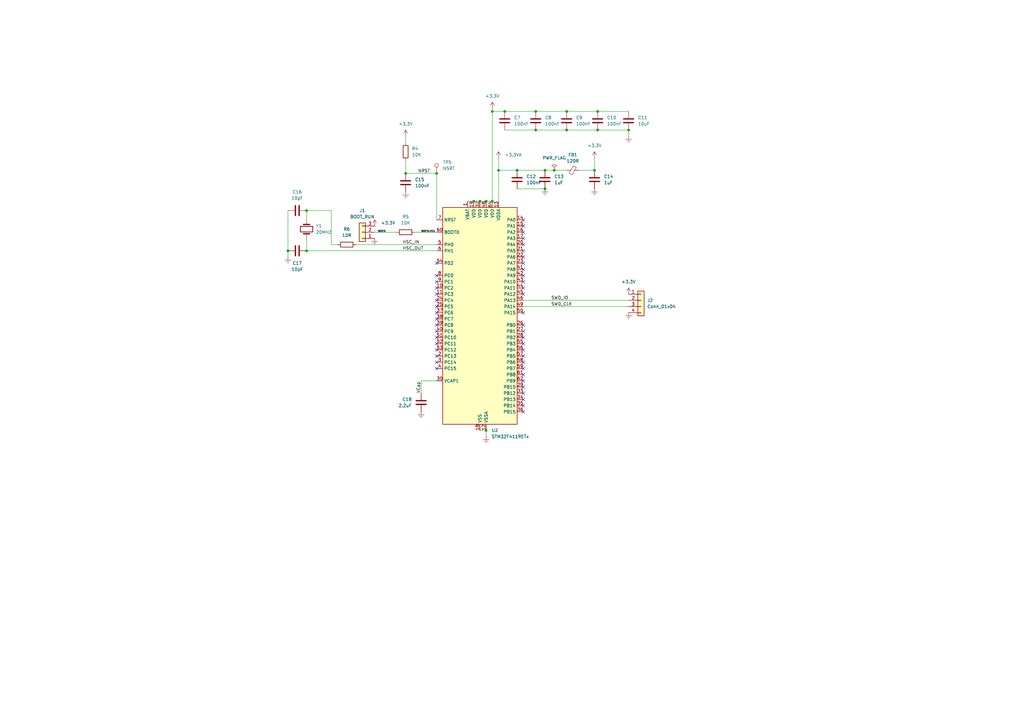
<source format=kicad_sch>
(kicad_sch (version 20231120) (generator "eeschema") (generator_version "8.0")
  (paper "A3")
  (lib_symbols
    (symbol "Connector:TestPoint" (pin_numbers hide) (pin_names (offset 0.762) hide)
      (property "Reference" "TP" (at 0 6.858 0))
      (property "Value" "TestPoint" (at 0 5.08 0))
      (symbol "TestPoint_0_1"
        (circle (center 0 3.302) (radius 0.762))
      )
      (symbol "TestPoint_1_1"
        (pin passive line (at 0 0 90) (length 2.54) (name "1") (number "1"))
      )
    )
    (symbol "Connector_Generic:Conn_01x03" (pin_names (offset 1.016) hide)
      (property "Reference" "J" (at 0 5.08 0))
      (property "Value" "Conn_01x03" (at 0 -5.08 0))
      (symbol "Conn_01x03_1_1"
        (rectangle (start -1.27 -2.413) (end 0 -2.667) (stroke (width 0.1524)))
        (rectangle (start -1.27 0.127) (end 0 -0.127) (stroke (width 0.1524)))
        (rectangle (start -1.27 2.667) (end 0 2.413) (stroke (width 0.1524)))
        (rectangle (start -1.27 3.81) (end 1.27 -3.81) (stroke (width 0.254)) (fill (type background)))
        (pin passive line (at -5.08 2.54 0) (length 3.81) (name "Pin_1") (number "1"))
        (pin passive line (at -5.08 0 0) (length 3.81) (name "Pin_2") (number "2"))
        (pin passive line (at -5.08 -2.54 0) (length 3.81) (name "Pin_3") (number "3"))
      )
    )
    (symbol "Connector_Generic:Conn_01x04" (pin_names (offset 1.016) hide)
      (property "Reference" "J" (at 0 5.08 0))
      (property "Value" "Conn_01x04" (at 0 -7.62 0))
      (symbol "Conn_01x04_1_1"
        (rectangle (start -1.27 -4.953) (end 0 -5.207) (stroke (width 0.1524)))
        (rectangle (start -1.27 -2.413) (end 0 -2.667) (stroke (width 0.1524)))
        (rectangle (start -1.27 0.127) (end 0 -0.127) (stroke (width 0.1524)))
        (rectangle (start -1.27 2.667) (end 0 2.413) (stroke (width 0.1524)))
        (rectangle (start -1.27 3.81) (end 1.27 -6.35) (stroke (width 0.254)) (fill (type background)))
        (pin passive line (at -5.08 2.54 0) (length 3.81) (name "Pin_1") (number "1"))
        (pin passive line (at -5.08 0 0) (length 3.81) (name "Pin_2") (number "2"))
        (pin passive line (at -5.08 -2.54 0) (length 3.81) (name "Pin_3") (number "3"))
        (pin passive line (at -5.08 -5.08 0) (length 3.81) (name "Pin_4") (number "4"))
      )
    )
    (symbol "Device:C" (pin_numbers hide) (pin_names (offset 0.254))
      (property "Reference" "C" (at 0.635 2.54 0))
      (property "Value" "C" (at 0.635 -2.54 0))
      (symbol "C_0_1"
        (polyline (pts (xy -2.032 -0.762) (xy 2.032 -0.762)) (stroke (width 0.508)))
        (polyline (pts (xy -2.032 0.762) (xy 2.032 0.762)) (stroke (width 0.508)))
      )
      (symbol "C_1_1"
        (pin passive line (at 0 3.81 270) (length 2.794) (name "~") (number "1"))
        (pin passive line (at 0 -3.81 90) (length 2.794) (name "~") (number "2"))
      )
    )
    (symbol "Device:Crystal" (pin_numbers hide) (pin_names (offset 1.016) hide)
      (property "Reference" "Y" (at 0 3.81 0))
      (property "Value" "Crystal" (at 0 -3.81 0))
      (symbol "Crystal_0_1"
        (rectangle (start -1.143 2.54) (end 1.143 -2.54) (stroke (width 0.3048)))
        (polyline (pts (xy -2.54 0) (xy -1.905 0)))
        (polyline (pts (xy -1.905 -1.27) (xy -1.905 1.27)) (stroke (width 0.508)))
        (polyline (pts (xy 1.905 -1.27) (xy 1.905 1.27)) (stroke (width 0.508)))
        (polyline (pts (xy 2.54 0) (xy 1.905 0)))
      )
      (symbol "Crystal_1_1"
        (pin passive line (at -3.81 0 0) (length 1.27) (name "1") (number "1"))
        (pin passive line (at 3.81 0 180) (length 1.27) (name "2") (number "2"))
      )
    )
    (symbol "Device:FerriteBead_Small" (pin_numbers hide) (pin_names (offset 0))
      (property "Reference" "FB" (at 1.905 1.27 0))
      (property "Value" "FerriteBead_Small" (at 1.905 -1.27 0))
      (symbol "FerriteBead_Small_0_1"
        (polyline (pts (xy 0 -1.27) (xy 0 -0.7874)))
        (polyline (pts (xy 0 0.889) (xy 0 1.2954)))
        (polyline (pts (xy -1.8288 0.2794) (xy -1.1176 1.4986) (xy 1.8288 -0.2032) (xy 1.1176 -1.4224) (xy -1.8288 0.2794)))
      )
      (symbol "FerriteBead_Small_1_1"
        (pin passive line (at 0 2.54 270) (length 1.27) (name "~") (number "1"))
        (pin passive line (at 0 -2.54 90) (length 1.27) (name "~") (number "2"))
      )
    )
    (symbol "Device:R" (pin_numbers hide) (pin_names (offset 0))
      (property "Reference" "R" (at 2.032 0 90))
      (property "Value" "R" (at 0 0 90))
      (symbol "R_0_1"
        (rectangle (start -1.016 -2.54) (end 1.016 2.54) (stroke (width 0.254)))
      )
      (symbol "R_1_1"
        (pin passive line (at 0 3.81 270) (length 1.27) (name "~") (number "1"))
        (pin passive line (at 0 -3.81 90) (length 1.27) (name "~") (number "2"))
      )
    )
    (symbol "MCU_ST_STM32F4:STM32F411RETx"
      (property "Reference" "U" (at -15.24 46.99 0))
      (property "Value" "STM32F411RETx" (at 10.16 46.99 0))
      (symbol "STM32F411RETx_0_1"
        (rectangle (start -15.24 -43.18) (end 15.24 45.72) (stroke (width 0.254)) (fill (type background)))
      )
      (symbol "STM32F411RETx_1_1"
        (pin power_in line (at -5.08 48.26 270) (length 2.54) (name "VBAT") (number "1"))
        (pin bidirectional line (at -17.78 12.7 0) (length 2.54) (name "PC2") (number "10"))
        (pin bidirectional line (at -17.78 10.16 0) (length 2.54) (name "PC3") (number "11"))
        (pin power_in line (at 2.54 -45.72 90) (length 2.54) (name "VSSA") (number "12"))
        (pin power_in line (at 7.62 48.26 270) (length 2.54) (name "VDDA") (number "13"))
        (pin bidirectional line (at 17.78 40.64 180) (length 2.54) (name "PA0") (number "14"))
        (pin bidirectional line (at 17.78 38.1 180) (length 2.54) (name "PA1") (number "15"))
        (pin bidirectional line (at 17.78 35.56 180) (length 2.54) (name "PA2") (number "16"))
        (pin bidirectional line (at 17.78 33.02 180) (length 2.54) (name "PA3") (number "17"))
        (pin power_in line (at 0 -45.72 90) (length 2.54) (name "VSS") (number "18"))
        (pin power_in line (at -2.54 48.26 270) (length 2.54) (name "VDD") (number "19"))
        (pin bidirectional line (at -17.78 -15.24 0) (length 2.54) (name "PC13") (number "2"))
        (pin bidirectional line (at 17.78 30.48 180) (length 2.54) (name "PA4") (number "20"))
        (pin bidirectional line (at 17.78 27.94 180) (length 2.54) (name "PA5") (number "21"))
        (pin bidirectional line (at 17.78 25.4 180) (length 2.54) (name "PA6") (number "22"))
        (pin bidirectional line (at 17.78 22.86 180) (length 2.54) (name "PA7") (number "23"))
        (pin bidirectional line (at -17.78 7.62 0) (length 2.54) (name "PC4") (number "24"))
        (pin bidirectional line (at -17.78 5.08 0) (length 2.54) (name "PC5") (number "25"))
        (pin bidirectional line (at 17.78 -2.54 180) (length 2.54) (name "PB0") (number "26"))
        (pin bidirectional line (at 17.78 -5.08 180) (length 2.54) (name "PB1") (number "27"))
        (pin bidirectional line (at 17.78 -7.62 180) (length 2.54) (name "PB2") (number "28"))
        (pin bidirectional line (at 17.78 -27.94 180) (length 2.54) (name "PB10") (number "29"))
        (pin bidirectional line (at -17.78 -17.78 0) (length 2.54) (name "PC14") (number "3"))
        (pin power_out line (at -17.78 -25.4 0) (length 2.54) (name "VCAP1") (number "30"))
        (pin passive line (at 0 -45.72 90) (length 2.54) hide (name "VSS") (number "31"))
        (pin power_in line (at 0 48.26 270) (length 2.54) (name "VDD") (number "32"))
        (pin bidirectional line (at 17.78 -30.48 180) (length 2.54) (name "PB12") (number "33"))
        (pin bidirectional line (at 17.78 -33.02 180) (length 2.54) (name "PB13") (number "34"))
        (pin bidirectional line (at 17.78 -35.56 180) (length 2.54) (name "PB14") (number "35"))
        (pin bidirectional line (at 17.78 -38.1 180) (length 2.54) (name "PB15") (number "36"))
        (pin bidirectional line (at -17.78 2.54 0) (length 2.54) (name "PC6") (number "37"))
        (pin bidirectional line (at -17.78 0 0) (length 2.54) (name "PC7") (number "38"))
        (pin bidirectional line (at -17.78 -2.54 0) (length 2.54) (name "PC8") (number "39"))
        (pin bidirectional line (at -17.78 -20.32 0) (length 2.54) (name "PC15") (number "4"))
        (pin bidirectional line (at -17.78 -5.08 0) (length 2.54) (name "PC9") (number "40"))
        (pin bidirectional line (at 17.78 20.32 180) (length 2.54) (name "PA8") (number "41"))
        (pin bidirectional line (at 17.78 17.78 180) (length 2.54) (name "PA9") (number "42"))
        (pin bidirectional line (at 17.78 15.24 180) (length 2.54) (name "PA10") (number "43"))
        (pin bidirectional line (at 17.78 12.7 180) (length 2.54) (name "PA11") (number "44"))
        (pin bidirectional line (at 17.78 10.16 180) (length 2.54) (name "PA12") (number "45"))
        (pin bidirectional line (at 17.78 7.62 180) (length 2.54) (name "PA13") (number "46"))
        (pin passive line (at 0 -45.72 90) (length 2.54) hide (name "VSS") (number "47"))
        (pin power_in line (at 2.54 48.26 270) (length 2.54) (name "VDD") (number "48"))
        (pin bidirectional line (at 17.78 5.08 180) (length 2.54) (name "PA14") (number "49"))
        (pin bidirectional line (at -17.78 30.48 0) (length 2.54) (name "PH0") (number "5"))
        (pin bidirectional line (at 17.78 2.54 180) (length 2.54) (name "PA15") (number "50"))
        (pin bidirectional line (at -17.78 -7.62 0) (length 2.54) (name "PC10") (number "51"))
        (pin bidirectional line (at -17.78 -10.16 0) (length 2.54) (name "PC11") (number "52"))
        (pin bidirectional line (at -17.78 -12.7 0) (length 2.54) (name "PC12") (number "53"))
        (pin bidirectional line (at -17.78 22.86 0) (length 2.54) (name "PD2") (number "54"))
        (pin bidirectional line (at 17.78 -10.16 180) (length 2.54) (name "PB3") (number "55"))
        (pin bidirectional line (at 17.78 -12.7 180) (length 2.54) (name "PB4") (number "56"))
        (pin bidirectional line (at 17.78 -15.24 180) (length 2.54) (name "PB5") (number "57"))
        (pin bidirectional line (at 17.78 -17.78 180) (length 2.54) (name "PB6") (number "58"))
        (pin bidirectional line (at 17.78 -20.32 180) (length 2.54) (name "PB7") (number "59"))
        (pin bidirectional line (at -17.78 27.94 0) (length 2.54) (name "PH1") (number "6"))
        (pin input line (at -17.78 35.56 0) (length 2.54) (name "BOOT0") (number "60"))
        (pin bidirectional line (at 17.78 -22.86 180) (length 2.54) (name "PB8") (number "61"))
        (pin bidirectional line (at 17.78 -25.4 180) (length 2.54) (name "PB9") (number "62"))
        (pin passive line (at 0 -45.72 90) (length 2.54) hide (name "VSS") (number "63"))
        (pin power_in line (at 5.08 48.26 270) (length 2.54) (name "VDD") (number "64"))
        (pin input line (at -17.78 40.64 0) (length 2.54) (name "NRST") (number "7"))
        (pin bidirectional line (at -17.78 17.78 0) (length 2.54) (name "PC0") (number "8"))
        (pin bidirectional line (at -17.78 15.24 0) (length 2.54) (name "PC1") (number "9"))
      )
    )
    (symbol "power:+3.3V" (power) (pin_numbers hide) (pin_names (offset 0) hide)
      (property "Value" "+3.3V" (at 0 3.556 0))
      (symbol "+3.3V_0_1"
        (polyline (pts (xy -0.762 1.27) (xy 0 2.54)))
        (polyline (pts (xy 0 0) (xy 0 2.54)))
        (polyline (pts (xy 0 2.54) (xy 0.762 1.27)))
      )
      (symbol "+3.3V_1_1"
        (pin power_in line (at 0 0 90) (length 0) (name "~") (number "1"))
      )
    )
    (symbol "power:GNDREF" (power) (pin_numbers hide) (pin_names (offset 0) hide)
      (property "Value" "GNDREF" (at 0 -3.81 0))
      (symbol "GNDREF_0_1"
        (polyline (pts (xy -0.635 -1.905) (xy 0.635 -1.905)))
        (polyline (pts (xy -0.127 -2.54) (xy 0.127 -2.54)))
        (polyline (pts (xy 0 -1.27) (xy 0 0)))
        (polyline (pts (xy 1.27 -1.27) (xy -1.27 -1.27)))
      )
      (symbol "GNDREF_1_1"
        (pin power_in line (at 0 0 270) (length 0) (name "~") (number "1"))
      )
    )
    (symbol "power:PWR_FLAG" (power) (pin_numbers hide) (pin_names (offset 0) hide)
      (property "Value" "PWR_FLAG" (at 0 3.81 0))
      (symbol "PWR_FLAG_0_0"
        (pin power_out line (at 0 0 90) (length 0) (name "~") (number "1"))
      )
      (symbol "PWR_FLAG_0_1"
        (polyline (pts (xy 0 0) (xy 0 1.27) (xy -1.016 1.905) (xy 0 2.54) (xy 1.016 1.905) (xy 0 1.27)))
      )
    )
  )
  (junction (at 201.93 82.55))
  (junction (at 199.39 176.53))
  (junction (at 232.41 53.34))
  (junction (at 227.33 69.85))
  (junction (at 118.11 102.87))
  (junction (at 194.31 82.55))
  (junction (at 223.52 77.47))
  (junction (at 232.41 45.72))
  (junction (at 245.11 45.72))
  (junction (at 166.37 71.12))
  (junction (at 212.09 69.85))
  (junction (at 257.81 53.34))
  (junction (at 199.39 82.55))
  (junction (at 219.71 53.34))
  (junction (at 179.07 71.12))
  (junction (at 201.93 45.72))
  (junction (at 204.47 69.85))
  (junction (at 125.73 102.87))
  (junction (at 245.11 53.34))
  (junction (at 243.84 69.85))
  (junction (at 125.73 86.36))
  (junction (at 219.71 45.72))
  (junction (at 223.52 69.85))
  (junction (at 196.85 82.55))
  (junction (at 207.01 45.72))
  (no_connect (at 214.63 107.95))
  (no_connect (at 179.07 123.19))
  (no_connect (at 179.07 120.65))
  (no_connect (at 214.63 153.67))
  (no_connect (at 179.07 107.95))
  (no_connect (at 214.63 128.27))
  (no_connect (at 214.63 113.03))
  (no_connect (at 214.63 146.05))
  (no_connect (at 179.07 148.59))
  (no_connect (at 179.07 138.43))
  (no_connect (at 214.63 90.17))
  (no_connect (at 179.07 146.05))
  (no_connect (at 179.07 135.89))
  (no_connect (at 214.63 110.49))
  (no_connect (at 214.63 92.71))
  (no_connect (at 214.63 133.35))
  (no_connect (at 214.63 105.41))
  (no_connect (at 214.63 156.21))
  (no_connect (at 214.63 140.97))
  (no_connect (at 179.07 143.51))
  (no_connect (at 179.07 140.97))
  (no_connect (at 214.63 166.37))
  (no_connect (at 214.63 168.91))
  (no_connect (at 214.63 163.83))
  (no_connect (at 179.07 128.27))
  (no_connect (at 179.07 130.81))
  (no_connect (at 214.63 143.51))
  (no_connect (at 179.07 118.11))
  (no_connect (at 214.63 120.65))
  (no_connect (at 179.07 125.73))
  (no_connect (at 179.07 151.13))
  (no_connect (at 214.63 158.75))
  (no_connect (at 214.63 138.43))
  (no_connect (at 214.63 118.11))
  (no_connect (at 179.07 115.57))
  (no_connect (at 214.63 97.79))
  (no_connect (at 214.63 161.29))
  (no_connect (at 214.63 100.33))
  (no_connect (at 214.63 151.13))
  (no_connect (at 214.63 148.59))
  (no_connect (at 179.07 113.03))
  (no_connect (at 214.63 95.25))
  (no_connect (at 179.07 133.35))
  (no_connect (at 214.63 115.57))
  (no_connect (at 214.63 135.89))
  (no_connect (at 214.63 102.87))
  (wire (pts (xy 194.31 82.55) (xy 196.85 82.55)))
  (wire (pts (xy 118.11 102.87) (xy 118.11 105.41)))
  (wire (pts (xy 237.49 69.85) (xy 243.84 69.85)))
  (wire (pts (xy 257.81 55.88) (xy 257.81 53.34)))
  (wire (pts (xy 166.37 55.88) (xy 166.37 58.42)))
  (wire (pts (xy 125.73 90.17) (xy 125.73 86.36)))
  (wire (pts (xy 179.07 71.12) (xy 166.37 71.12)))
  (wire (pts (xy 191.77 82.55) (xy 194.31 82.55)))
  (wire (pts (xy 201.93 45.72) (xy 207.01 45.72)))
  (wire (pts (xy 212.09 69.85) (xy 223.52 69.85)))
  (wire (pts (xy 135.89 100.33) (xy 138.43 100.33)))
  (wire (pts (xy 232.41 45.72) (xy 245.11 45.72)))
  (wire (pts (xy 223.52 69.85) (xy 227.33 69.85)))
  (wire (pts (xy 214.63 125.73) (xy 257.81 125.73)))
  (wire (pts (xy 153.67 95.25) (xy 162.56 95.25)))
  (wire (pts (xy 245.11 53.34) (xy 257.81 53.34)))
  (wire (pts (xy 170.18 95.25) (xy 179.07 95.25)))
  (wire (pts (xy 166.37 66.04) (xy 166.37 71.12)))
  (wire (pts (xy 201.93 45.72) (xy 201.93 82.55)))
  (wire (pts (xy 199.39 82.55) (xy 201.93 82.55)))
  (wire (pts (xy 207.01 53.34) (xy 219.71 53.34)))
  (wire (pts (xy 204.47 69.85) (xy 204.47 64.77)))
  (wire (pts (xy 219.71 53.34) (xy 232.41 53.34)))
  (wire (pts (xy 219.71 45.72) (xy 232.41 45.72)))
  (wire (pts (xy 172.72 156.21) (xy 179.07 156.21)))
  (wire (pts (xy 201.93 44.45) (xy 201.93 45.72)))
  (wire (pts (xy 227.33 69.85) (xy 232.41 69.85)))
  (wire (pts (xy 214.63 123.19) (xy 257.81 123.19)))
  (wire (pts (xy 196.85 176.53) (xy 199.39 176.53)))
  (wire (pts (xy 125.73 102.87) (xy 179.07 102.87)))
  (wire (pts (xy 199.39 179.07) (xy 199.39 176.53)))
  (wire (pts (xy 204.47 69.85) (xy 212.09 69.85)))
  (wire (pts (xy 125.73 86.36) (xy 135.89 86.36)))
  (wire (pts (xy 179.07 90.17) (xy 179.07 71.12)))
  (wire (pts (xy 125.73 97.79) (xy 125.73 102.87)))
  (wire (pts (xy 212.09 77.47) (xy 223.52 77.47)))
  (wire (pts (xy 135.89 86.36) (xy 135.89 100.33)))
  (wire (pts (xy 243.84 64.77) (xy 243.84 69.85)))
  (wire (pts (xy 207.01 45.72) (xy 219.71 45.72)))
  (wire (pts (xy 232.41 53.34) (xy 245.11 53.34)))
  (wire (pts (xy 196.85 82.55) (xy 199.39 82.55)))
  (wire (pts (xy 118.11 86.36) (xy 118.11 102.87)))
  (wire (pts (xy 204.47 69.85) (xy 204.47 82.55)))
  (wire (pts (xy 245.11 45.72) (xy 257.81 45.72)))
  (wire (pts (xy 172.72 156.21) (xy 172.72 161.29)))
  (wire (pts (xy 146.05 100.33) (xy 179.07 100.33)))
  (label "SWD_IO" (at 226.06 123.19 0))
  (label "HSC_OUT" (at 165.1 102.87 0))
  (label "BOOT0" (at 154.94 95.25 0) (effects (font (size 0.635 0.635))))
  (label "HSC_IN" (at 165.1 100.33 0))
  (label "BOOT0_MCU" (at 172.72 95.25 0) (effects (font (size 0.635 0.635))))
  (label "NRST" (at 171.45 71.12 0))
  (label "SWD_CLK" (at 226.06 125.73 0))
  (label "VCap" (at 172.72 161.29 90))
  (symbol (lib_id "Device:C") (at 223.52 73.66 180) (unit 1)
    (property "Reference" "C13" (at 227.33 72.3899 0) (effects (justify right)))
    (property "Value" "1uF" (at 227.33 74.9299 0) (effects (justify right)))
    (property "Footprint" "Capacitor_SMD:C_0805_2012Metric_Pad1.18x1.45mm_HandSolder" (effects (hide yes)))
    (property "Description" "Unpolarized capacitor" (effects (hide yes)))
  )
  (symbol (lib_id "Device:C") (at 243.84 73.66 180) (unit 1)
    (property "Reference" "C14" (at 247.65 72.3899 0) (effects (justify right)))
    (property "Value" "1uF" (at 247.65 74.9299 0) (effects (justify right)))
    (property "Footprint" "Capacitor_SMD:C_0805_2012Metric_Pad1.18x1.45mm_HandSolder" (effects (hide yes)))
    (property "Description" "Unpolarized capacitor" (effects (hide yes)))
  )
  (symbol (lib_id "MCU_ST_STM32F4:STM32F411RETx") (at 196.85 130.81 0) (unit 1)
    (property "Reference" "U2" (at 201.5841 176.53 0) (effects (justify left)))
    (property "Value" "STM32F411RETx" (at 201.5841 179.07 0) (effects (justify left)))
    (property "Footprint" "Package_QFP:LQFP-64_10x10mm_P0.5mm" (effects (hide yes)))
    (property "Datasheet" "https://www.st.com/resource/en/datasheet/stm32f411re.pdf" (effects (hide yes)))
    (property "Description" "STMicroelectronics Arm Cortex-M4 MCU, 512KB flash, 128KB RAM, 100 MHz, 1.7-3.6V, 50 GPIO, LQFP64" (effects (hide yes)))
  )
  (symbol (lib_id "Device:C") (at 257.81 49.53 180) (unit 1)
    (property "Reference" "C11" (at 261.62 48.2599 0) (effects (justify right)))
    (property "Value" "10uF" (at 261.62 50.7999 0) (effects (justify right)))
    (property "Footprint" "Capacitor_SMD:C_0805_2012Metric_Pad1.18x1.45mm_HandSolder" (effects (hide yes)))
    (property "Description" "Unpolarized capacitor" (effects (hide yes)))
  )
  (symbol (lib_id "power:GNDREF") (at 243.84 77.47 0) (unit 1)
    (property "Reference" "#PWR019" (effects (hide yes)))
    (property "Value" "GNDREF" (effects (hide yes)))
    (property "Description" "Power symbol creates a global label with name \"GNDREF\" , reference supply ground" (effects (hide yes)))
  )
  (symbol (lib_id "Device:C") (at 172.72 165.1 0) (unit 1)
    (property "Reference" "C18" (at 168.91 163.8299 0) (effects (justify right)))
    (property "Value" "2.2uF" (at 168.91 166.3699 0) (effects (justify right)))
    (property "Footprint" "Capacitor_SMD:C_0805_2012Metric_Pad1.18x1.45mm_HandSolder" (effects (hide yes)))
    (property "Description" "Unpolarized capacitor" (effects (hide yes)))
  )
  (symbol (lib_id "power:GNDREF") (at 166.37 78.74 0) (unit 1)
    (property "Reference" "#PWR020" (effects (hide yes)))
    (property "Value" "GNDREF" (effects (hide yes)))
    (property "Description" "Power symbol creates a global label with name \"GNDREF\" , reference supply ground" (effects (hide yes)))
  )
  (symbol (lib_id "Connector_Generic:Conn_01x04") (at 262.89 123.19 0) (unit 1)
    (property "Reference" "J2" (at 265.43 123.1899 0) (effects (justify left)))
    (property "Value" "Conn_01x04" (at 265.43 125.7299 0) (effects (justify left)))
    (property "Footprint" "Connector_PinHeader_2.54mm:PinHeader_1x04_P2.54mm_Vertical" (effects (hide yes)))
    (property "Description" "Generic connector, single row, 01x04, script generated (kicad-library-utils/schlib/autogen/connector/)" (effects (hide yes)))
  )
  (symbol (lib_id "Device:C") (at 245.11 49.53 180) (unit 1)
    (property "Reference" "C10" (at 248.92 48.2599 0) (effects (justify right)))
    (property "Value" "100nF" (at 248.92 50.7999 0) (effects (justify right)))
    (property "Footprint" "Capacitor_SMD:C_0805_2012Metric_Pad1.18x1.45mm_HandSolder" (effects (hide yes)))
    (property "Description" "Unpolarized capacitor" (effects (hide yes)))
  )
  (symbol (lib_id "power:GNDREF") (at 153.67 97.79 0) (unit 1)
    (property "Reference" "#PWR022" (effects (hide yes)))
    (property "Value" "GNDREF" (effects (hide yes)))
    (property "Description" "Power symbol creates a global label with name \"GNDREF\" , reference supply ground" (effects (hide yes)))
  )
  (symbol (lib_id "Device:C") (at 232.41 49.53 180) (unit 1)
    (property "Reference" "C9" (at 236.22 48.2599 0) (effects (justify right)))
    (property "Value" "100nF" (at 236.22 50.7999 0) (effects (justify right)))
    (property "Footprint" "Capacitor_SMD:C_0805_2012Metric_Pad1.18x1.45mm_HandSolder" (effects (hide yes)))
    (property "Description" "Unpolarized capacitor" (effects (hide yes)))
  )
  (symbol (lib_id "Device:R") (at 142.24 100.33 90) (unit 1)
    (property "Reference" "R6" (at 142.24 93.98 90))
    (property "Value" "10R" (at 142.24 96.52 90))
    (property "Footprint" "Resistor_SMD:R_0805_2012Metric_Pad1.20x1.40mm_HandSolder" (effects (hide yes)))
    (property "Description" "Resistor" (effects (hide yes)))
  )
  (symbol (lib_id "Connector_Generic:Conn_01x03") (at 148.59 95.25 180) (unit 1)
    (property "Reference" "J1" (at 148.59 86.36 0))
    (property "Value" "BOOT_RUN" (at 148.59 88.9 0))
    (property "Footprint" "Connector_PinHeader_2.54mm:PinHeader_1x03_P2.54mm_Vertical" (effects (hide yes)))
    (property "Description" "Generic connector, single row, 01x03, script generated (kicad-library-utils/schlib/autogen/connector/)" (effects (hide yes)))
  )
  (symbol (lib_id "Connector:TestPoint") (at 179.07 71.12 0) (unit 1) (exclude_from_sim yes) (in_bom no)
    (property "Reference" "TP5" (at 181.61 66.5479 0) (effects (justify left)))
    (property "Value" "NSRT" (at 181.61 69.0879 0) (effects (justify left)))
    (property "Footprint" "Connector_Pin:Pin_D1.0mm_L10.0mm" (effects (hide yes)))
    (property "Description" "test point" (effects (hide yes)))
  )
  (symbol (lib_id "Device:Crystal") (at 125.73 93.98 270) (unit 1)
    (property "Reference" "Y1" (at 129.54 92.7099 90) (effects (justify left)))
    (property "Value" "20MHZ" (at 129.54 95.2499 90) (effects (justify left)))
    (property "Footprint" "Crystal:Crystal_SMD_HC49-SD_HandSoldering" (effects (hide yes)))
    (property "Description" "Two pin crystal" (effects (hide yes)))
  )
  (symbol (lib_id "power:+3.3V") (at 204.47 64.77 0) (unit 1)
    (property "Reference" "#PWR016" (effects (hide yes)))
    (property "Value" "+3.3VA" (at 207.01 63.4999 0) (effects (justify left)))
    (property "Description" "Power symbol creates a global label with name \"+3.3V\"" (effects (hide yes)))
  )
  (symbol (lib_id "power:GNDREF") (at 172.72 168.91 0) (unit 1)
    (property "Reference" "#PWR026" (effects (hide yes)))
    (property "Value" "GNDREF" (effects (hide yes)))
    (property "Description" "Power symbol creates a global label with name \"GNDREF\" , reference supply ground" (effects (hide yes)))
  )
  (symbol (lib_id "power:GNDREF") (at 257.81 128.27 0) (unit 1)
    (property "Reference" "#PWR025" (effects (hide yes)))
    (property "Value" "GNDREF" (effects (hide yes)))
    (property "Description" "Power symbol creates a global label with name \"GNDREF\" , reference supply ground" (effects (hide yes)))
  )
  (symbol (lib_id "power:PWR_FLAG") (at 227.33 69.85 0) (unit 1)
    (property "Reference" "#FLG05" (effects (hide yes)))
    (property "Value" "PWR_FLAG" (at 227.33 64.77 0))
    (property "Description" "Special symbol for telling ERC where power comes from" (effects (hide yes)))
  )
  (symbol (lib_id "Device:C") (at 212.09 73.66 180) (unit 1)
    (property "Reference" "C12" (at 215.9 72.3899 0) (effects (justify right)))
    (property "Value" "100nF" (at 215.9 74.9299 0) (effects (justify right)))
    (property "Footprint" "Capacitor_SMD:C_0805_2012Metric_Pad1.18x1.45mm_HandSolder" (effects (hide yes)))
    (property "Description" "Unpolarized capacitor" (effects (hide yes)))
  )
  (symbol (lib_id "power:+3.3V") (at 153.67 92.71 0) (unit 1)
    (property "Reference" "#PWR021" (effects (hide yes)))
    (property "Value" "+3.3V" (at 156.21 91.4399 0) (effects (justify left)))
    (property "Description" "Power symbol creates a global label with name \"+3.3V\"" (effects (hide yes)))
  )
  (symbol (lib_id "power:GNDREF") (at 223.52 77.47 0) (unit 1)
    (property "Reference" "#PWR018" (effects (hide yes)))
    (property "Value" "GNDREF" (effects (hide yes)))
    (property "Description" "Power symbol creates a global label with name \"GNDREF\" , reference supply ground" (effects (hide yes)))
  )
  (symbol (lib_id "power:+3.3V") (at 243.84 64.77 0) (unit 1)
    (property "Reference" "#PWR017" (effects (hide yes)))
    (property "Value" "+3.3V" (at 243.84 59.69 0))
    (property "Description" "Power symbol creates a global label with name \"+3.3V\"" (effects (hide yes)))
  )
  (symbol (lib_id "power:GNDREF") (at 118.11 105.41 0) (unit 1)
    (property "Reference" "#PWR023" (effects (hide yes)))
    (property "Value" "GNDREF" (effects (hide yes)))
    (property "Description" "Power symbol creates a global label with name \"GNDREF\" , reference supply ground" (effects (hide yes)))
  )
  (symbol (lib_id "power:+3.3V") (at 257.81 120.65 0) (unit 1)
    (property "Reference" "#PWR024" (effects (hide yes)))
    (property "Value" "+3.3V" (at 257.81 115.57 0))
    (property "Description" "Power symbol creates a global label with name \"+3.3V\"" (effects (hide yes)))
  )
  (symbol (lib_id "power:GNDREF") (at 257.81 55.88 0) (unit 1)
    (property "Reference" "#PWR015" (effects (hide yes)))
    (property "Value" "GNDREF" (effects (hide yes)))
    (property "Description" "Power symbol creates a global label with name \"GNDREF\" , reference supply ground" (effects (hide yes)))
  )
  (symbol (lib_id "Device:FerriteBead_Small") (at 234.95 69.85 90) (unit 1)
    (property "Reference" "FB1" (at 234.9119 63.5 90))
    (property "Value" "120R" (at 234.9119 66.04 90))
    (property "Footprint" "Inductor_SMD:L_0805_2012Metric_Pad1.05x1.20mm_HandSolder" (effects (hide yes)))
    (property "Description" "Ferrite bead, small symbol" (effects (hide yes)))
  )
  (symbol (lib_id "Device:R") (at 166.37 95.25 90) (unit 1)
    (property "Reference" "R5" (at 166.37 88.9 90))
    (property "Value" "10K" (at 166.37 91.44 90))
    (property "Footprint" "Resistor_SMD:R_0805_2012Metric_Pad1.20x1.40mm_HandSolder" (effects (hide yes)))
    (property "Description" "Resistor" (effects (hide yes)))
  )
  (symbol (lib_id "Device:C") (at 121.92 86.36 270) (unit 1)
    (property "Reference" "C16" (at 121.92 78.74 90))
    (property "Value" "10pF" (at 121.92 81.28 90))
    (property "Footprint" "Capacitor_SMD:C_0805_2012Metric_Pad1.18x1.45mm_HandSolder" (effects (hide yes)))
    (property "Description" "Unpolarized capacitor" (effects (hide yes)))
  )
  (symbol (lib_id "Device:R") (at 166.37 62.23 180) (unit 1)
    (property "Reference" "R4" (at 168.91 60.9599 0) (effects (justify right)))
    (property "Value" "10K" (at 168.91 63.4999 0) (effects (justify right)))
    (property "Footprint" "Resistor_SMD:R_0805_2012Metric_Pad1.20x1.40mm_HandSolder" (effects (hide yes)))
    (property "Description" "Resistor" (effects (hide yes)))
  )
  (symbol (lib_id "power:GNDREF") (at 199.39 179.07 0) (unit 1)
    (property "Reference" "#PWR027" (effects (hide yes)))
    (property "Value" "GNDREF" (effects (hide yes)))
    (property "Description" "Power symbol creates a global label with name \"GNDREF\" , reference supply ground" (effects (hide yes)))
  )
  (symbol (lib_id "power:+3.3V") (at 166.37 55.88 0) (unit 1)
    (property "Reference" "#PWR014" (effects (hide yes)))
    (property "Value" "+3.3V" (at 166.37 50.8 0))
    (property "Description" "Power symbol creates a global label with name \"+3.3V\"" (effects (hide yes)))
  )
  (symbol (lib_id "Device:C") (at 207.01 49.53 180) (unit 1)
    (property "Reference" "C7" (at 210.82 48.2599 0) (effects (justify right)))
    (property "Value" "100nF" (at 210.82 50.7999 0) (effects (justify right)))
    (property "Footprint" "Capacitor_SMD:C_0805_2012Metric_Pad1.18x1.45mm_HandSolder" (effects (hide yes)))
    (property "Description" "Unpolarized capacitor" (effects (hide yes)))
  )
  (symbol (lib_id "Device:C") (at 121.92 102.87 270) (unit 1)
    (property "Reference" "C17" (at 121.92 107.95 90))
    (property "Value" "10pF" (at 121.92 110.49 90))
    (property "Footprint" "Capacitor_SMD:C_0805_2012Metric_Pad1.18x1.45mm_HandSolder" (effects (hide yes)))
    (property "Description" "Unpolarized capacitor" (effects (hide yes)))
  )
  (symbol (lib_id "Device:C") (at 219.71 49.53 180) (unit 1)
    (property "Reference" "C8" (at 223.52 48.2599 0) (effects (justify right)))
    (property "Value" "100nF" (at 223.52 50.7999 0) (effects (justify right)))
    (property "Footprint" "Capacitor_SMD:C_0805_2012Metric_Pad1.18x1.45mm_HandSolder" (effects (hide yes)))
    (property "Description" "Unpolarized capacitor" (effects (hide yes)))
  )
  (symbol (lib_id "power:+3.3V") (at 201.93 44.45 0) (unit 1)
    (property "Reference" "#PWR013" (effects (hide yes)))
    (property "Value" "+3.3V" (at 201.93 39.37 0))
    (property "Description" "Power symbol creates a global label with name \"+3.3V\"" (effects (hide yes)))
  )
  (symbol (lib_id "Device:C") (at 166.37 74.93 0) (unit 1)
    (property "Reference" "C15" (at 170.18 73.6599 0) (effects (justify left)))
    (property "Value" "100nF" (at 170.18 76.1999 0) (effects (justify left)))
    (property "Footprint" "Capacitor_SMD:C_0805_2012Metric_Pad1.18x1.45mm_HandSolder" (effects (hide yes)))
    (property "Description" "Unpolarized capacitor" (effects (hide yes)))
  )
)
</source>
